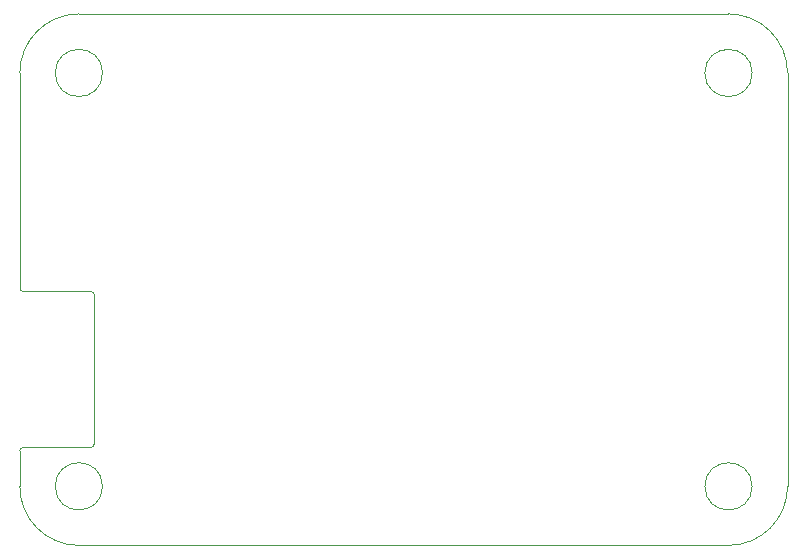
<source format=gbr>
%TF.GenerationSoftware,KiCad,Pcbnew,8.0.2*%
%TF.CreationDate,2024-06-05T10:22:25+03:00*%
%TF.ProjectId,LED driver,4c454420-6472-4697-9665-722e6b696361,rev?*%
%TF.SameCoordinates,Original*%
%TF.FileFunction,Profile,NP*%
%FSLAX46Y46*%
G04 Gerber Fmt 4.6, Leading zero omitted, Abs format (unit mm)*
G04 Created by KiCad (PCBNEW 8.0.2) date 2024-06-05 10:22:25*
%MOMM*%
%LPD*%
G01*
G04 APERTURE LIST*
%TA.AperFunction,Profile*%
%ADD10C,0.100000*%
%TD*%
%TA.AperFunction,Profile*%
%ADD11C,0.050000*%
%TD*%
G04 APERTURE END LIST*
D10*
X94805000Y-57575000D02*
G75*
G02*
X99805000Y-52575000I5000000J0D01*
G01*
D11*
X100805000Y-76075000D02*
X95105000Y-76075000D01*
X156805000Y-57575000D02*
G75*
G02*
X152805000Y-57575000I-2000000J0D01*
G01*
X152805000Y-57575000D02*
G75*
G02*
X156805000Y-57575000I2000000J0D01*
G01*
X95105000Y-89275000D02*
X100805000Y-89275000D01*
X156805000Y-92575000D02*
G75*
G02*
X152805000Y-92575000I-2000000J0D01*
G01*
X152805000Y-92575000D02*
G75*
G02*
X156805000Y-92575000I2000000J0D01*
G01*
X101105000Y-88975000D02*
X101105000Y-76375000D01*
X99805000Y-52575000D02*
X154805000Y-52575000D01*
X101105000Y-88975000D02*
G75*
G02*
X100805000Y-89275000I-300000J0D01*
G01*
X101805000Y-92575000D02*
G75*
G02*
X97805000Y-92575000I-2000000J0D01*
G01*
X97805000Y-92575000D02*
G75*
G02*
X101805000Y-92575000I2000000J0D01*
G01*
X101805000Y-57575000D02*
G75*
G02*
X97805000Y-57575000I-2000000J0D01*
G01*
X97805000Y-57575000D02*
G75*
G02*
X101805000Y-57575000I2000000J0D01*
G01*
X94805000Y-75775000D02*
X94805000Y-57575000D01*
X95105000Y-76075000D02*
G75*
G02*
X94805000Y-75775000I0J300000D01*
G01*
X100805000Y-76075000D02*
G75*
G02*
X101105000Y-76375000I0J-300000D01*
G01*
X159805000Y-92575000D02*
G75*
G02*
X154805000Y-97575000I-5000000J0D01*
G01*
X159805000Y-57575000D02*
X159805000Y-92575000D01*
X154805000Y-52575000D02*
G75*
G02*
X159805000Y-57575000I0J-5000000D01*
G01*
X94805000Y-89575000D02*
G75*
G02*
X95105000Y-89275000I300000J0D01*
G01*
X99805000Y-97575000D02*
G75*
G02*
X94805000Y-92575000I0J5000000D01*
G01*
X94805000Y-92575000D02*
X94805000Y-89575000D01*
X154805000Y-97575000D02*
X99805000Y-97575000D01*
M02*

</source>
